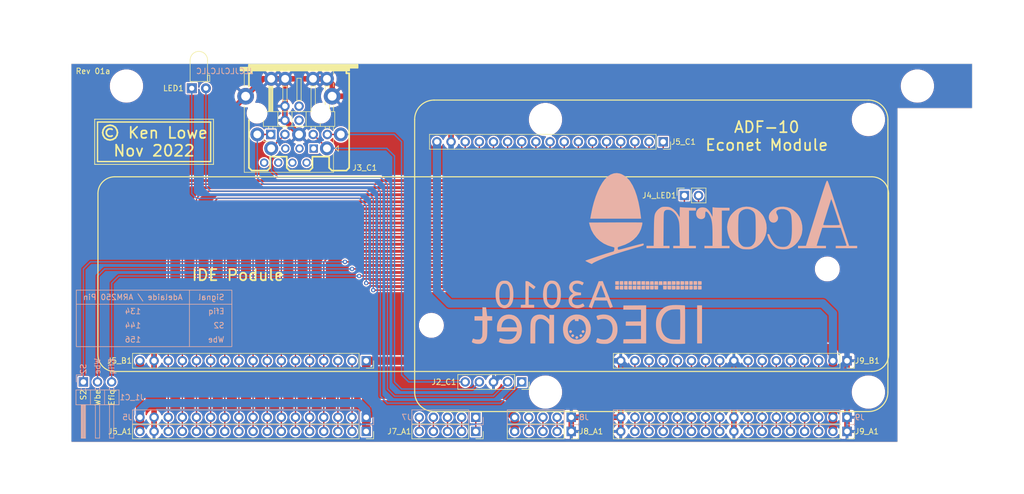
<source format=kicad_pcb>
(kicad_pcb (version 20221018) (generator pcbnew)
  (title_block (title "A3010 Podule Carrier") (date "2022-03-09") (rev "01") (company "Ken Lowe"))
  (layers (0 "F.Cu" signal) (31 "B.Cu" signal) (34 "B.Paste" user) (35 "F.Paste" user) (36 "B.SilkS" user "B.Silkscreen") (37 "F.SilkS" user "F.Silkscreen") (38 "B.Mask" user) (39 "F.Mask" user) (44 "Edge.Cuts" user))
  (net 0 "")
  (net 1 "/Efiq")
  (net 2 "/Wbe")
  (net 3 "/S2")
  (net 4 "/Data+")
  (net 5 "/Data-")
  (net 6 "/Gnd")
  (net 7 "/Clk+")
  (net 8 "/Clk-")
  (net 9 "/+5V")
  (net 10 "/Pwe")
  (net 11 "/Ps1")
  (net 12 "/Clk2")
  (net 13 "/La2")
  (net 14 "/La3")
  (net 15 "/Bd0")
  (net 16 "/Bd1")
  (net 17 "/Bd2")
  (net 18 "/Bd3")
  (net 19 "/Bd4")
  (net 20 "/Bd5")
  (net 21 "/Bd6")
  (net 22 "/Bd7")
  (net 23 "/Rst")
  (net 24 "/C0")
  (net 25 "/C1")
  (net 26 "/Bl")
  (net 27 "/Iorg")
  (net 28 "/Iogt")
  (net 29 "/Ref8M")
  (net 30 "/Pfiq")
  (net 31 "/Ms1")
  (net 32 "/Pre")
  (net 33 "/Prnw")
  (net 34 "/La4")
  (net 35 "/La5")
  (net 36 "/La6")
  (net 37 "/La7")
  (net 38 "/La8")
  (net 39 "/La9")
  (net 40 "/La10")
  (net 41 "/La11")
  (net 42 "/La12")
  (net 43 "/La13")
  (net 44 "/Pirq")
  (net 54 "Net-(J4_LED1-Pin_1)")
  (net 55 "Net-(J4_LED1-Pin_2)")
  (footprint "Connector_PinSocket_2.54mm:PinSocket_1x17_P2.54mm_Vertical" (layer "F.Cu") (at 212.966 106.545 -90)
    (fp_text reference "J9_B1")
    (fp_text value "Conn_01x17")
  )
  (footprint "Connector_PinSocket_2.54mm:PinSocket_1x05_P2.54mm_Vertical" (layer "F.Cu") (at 154.546 110.355 -90)
    (fp_text reference "J2_C1")
    (fp_text value "Conn_01x05")
  )
  (footprint "MountingHole:MountingHole_2.7mm" (layer "F.Cu") (at 216.806 63.175 180)
    (fp_text reference "H3" hide)
    (fp_text value "MountingHole")
  )
  (footprint "Connector_PinSocket_2.54mm:PinSocket_1x05_P2.54mm_Vertical" (layer "F.Cu") (at 146.291 119.245 -90)
    (fp_text reference "J7_A1")
    (fp_text value "Conn_01x05")
  )
  (footprint "MountingHole:MountingHole_2.7mm" (layer "F.Cu") (at 83.546 57.15 180)
    (fp_text reference "H7" hide)
    (fp_text value "MountingHole")
  )
  (footprint "Connector_PinSocket_2.54mm:PinSocket_1x05_P2.54mm_Vertical" (layer "F.Cu") (at 163.436 119.245 -90)
    (fp_text reference "J8_A1")
    (fp_text value "Conn_01x05")
  )
  (footprint "MountingHole:MountingHole_2.7mm" (layer "F.Cu") (at 225.606 57.15 180)
    (fp_text reference "H8" hide)
    (fp_text value "MountingHole")
  )
  (footprint "MountingHole:MountingHole_4mm" (layer "F.Cu") (at 138.316 100.175 180)
    (fp_text reference "H6" hide)
    (fp_text value "MountingHole")
  )
  (footprint "A3010_Podule_Carrier:CombinedDIN5RJ45PinHeader90Deg" (layer "F.Cu") (at 114.546 62.85 180)
    (fp_text reference "J3_C1")
    (fp_text value "DIN5_RJ45" hide)
  )
  (footprint "MountingHole:MountingHole_2.7mm" (layer "F.Cu") (at 216.806 112.175 180)
    (fp_text reference "H1" hide)
    (fp_text value "MountingHole")
  )
  (footprint "Connector_PinSocket_2.54mm:PinSocket_1x02_P2.54mm_Vertical" (layer "F.Cu") (at 183.756 76.827 90)
    (fp_text reference "J4_LED1")
    (fp_text value "Conn_01x02")
  )
  (footprint "MountingHole:MountingHole_2.7mm" (layer "F.Cu") (at 158.806 112.175 180)
    (fp_text reference "H2" hide)
    (fp_text value "MountingHole")
  )
  (footprint "Connector_PinSocket_2.54mm:PinSocket_1x17_P2.54mm_Vertical" (layer "F.Cu") (at 179.946 67.175 -90)
    (fp_text reference "J5_C1")
    (fp_text value "Conn_01x17")
  )
  (footprint "MountingHole:MountingHole_2.7mm" (layer "F.Cu") (at 158.806 63.175 180)
    (fp_text reference "H4" hide)
    (fp_text value "MountingHole")
  )
  (footprint "LED_THT:LED_D3.0mm_Horizontal_O1.27mm_Z6.0mm" (layer "F.Cu") (at 95.276 57.55 180)
    (fp_text reference "LED1")
    (fp_text value "L-93A8CB/1GD")
  )
  (footprint "Connector_PinSocket_2.54mm:PinSocket_1x17_P2.54mm_Vertical" (layer "F.Cu") (at 212.966 119.245 -90)
    (fp_text reference "J9_A1")
    (fp_text value "Conn_01x17")
  )
  (footprint "Connector_PinSocket_2.54mm:PinSocket_1x17_P2.54mm_Vertical" (layer "F.Cu") (at 126.606 106.545 -90)
    (fp_text reference "J5_B1")
    (fp_text value "Conn_01x17")
  )
  (footprint "Connector_PinSocket_2.54mm:PinSocket_1x17_P2.54mm_Vertical" (layer "F.Cu") (at 126.606 119.245 -90)
    (fp_text reference "J5_A1")
    (fp_text value "Conn_01x17")
  )
  (footprint "MountingHole:MountingHole_4mm" (layer "F.Cu") (at 209.426 90.035 180)
    (fp_text reference "H5" hide)
    (fp_text value "MountingHole")
  )
  (footprint "Connector_PinHeader_2.54mm:PinHeader_1x17_P2.54mm_Vertical" (layer "B.Cu") (at 126.606 116.705 90)
    (fp_text reference "J5")
    (fp_text value "Conn_01x17")
  )
  (footprint "A3010_Podule_Carrier:Acorn Logo" (layer "B.Cu") (at 190.046 81.145 180)
    (fp_text reference "G1" hide)
    (fp_text value "Acorn_LOGO" hide)
  )
  (footprint "Connector_PinHeader_2.54mm:PinHeader_1x03_P2.54mm_Horizontal" (layer "B.Cu") (at 75.806 110.355 -90)
    (fp_text reference "J1_C1")
    (fp_text value "Conn_01x03")
  )
  (footprint "Connector_PinHeader_2.54mm:PinHeader_1x17_P2.54mm_Vertical" (layer "B.Cu") (at 212.966 116.705 90)
    (fp_text reference "J9")
    (fp_text value "Conn_01x17")
  )
  (footprint "Connector_PinHeader_2.54mm:PinHeader_1x05_P2.54mm_Vertical" (layer "B.Cu") (at 146.291 116.705 90)
    (fp_text reference "J7")
    (fp_text value "Conn_01x05")
  )
  (footprint "A3010_Podule_Carrier:IDEconet" (layer "B.Cu") (at 165.976 97.655 180)
    (fp_text reference "G2" hide)
    (fp_text value "IDEconet_LOGO" hide)
  )
  (footprint "Connector_PinHeader_2.54mm:PinHeader_1x05_P2.54mm_Vertical" (layer "B.Cu") (at 163.436 116.705 90)
    (fp_text reference "J8")
    (fp_text value "Conn_01x05")
  )
  (gr_rect (start 74.536 93.845) (end 102.476 104.005) (stroke (width 0.12)) (fill none) (layer "B.SilkS"))
  (gr_line (start 94.856 104.005) (end 94.856 93.845) (stroke (width 0.12)) (layer "B.SilkS"))
  (gr_line (start 74.536 96.385) (end 102.476 96.385) (stroke (width 0.12)) (layer "B.SilkS"))
  (gr_line (start 99.174 63.111) (end 77.838 63.111) (stroke (width 0.15)) (layer "F.SilkS"))
  (gr_arc (start 216.806 59.675) (mid 219.280874 60.700126) (end 220.306 63.175) (stroke (width 0.2)) (layer "F.SilkS"))
  (gr_line (start 78.426 105.47) (end 78.426 76.47) (stroke (width 0.2)) (layer "F.SilkS"))
  (gr_line (start 216.806 59.675) (end 138.806 59.675) (stroke (width 0.2)) (layer "F.SilkS"))
  (gr_arc (start 220.426 105.47) (mid 219.54732 107.59132) (end 217.426 108.47) (stroke (width 0.2)) (layer "F.SilkS"))
  (gr_line (start 98.666 70.731) (end 98.666 63.619) (stroke (width 0.25)) (layer "F.SilkS"))
  (gr_line (start 98.666 63.619) (end 78.346 63.619) (stroke (width 0.25)) (layer "F.SilkS"))
  (gr_line (start 135.306 112.175) (end 135.306 63.175) (stroke (width 0.2)) (layer "F.SilkS"))
  (gr_arc (start 138.806 115.675) (mid 136.331126 114.649874) (end 135.306 112.175) (stroke (width 0.2)) (layer "F.SilkS"))
  (gr_line (start 81.426 108.47) (end 217.426 108.47) (stroke (width 0.2)) (layer "F.SilkS"))
  (gr_line (start 216.806 115.675) (end 138.806 115.675) (stroke (width 0.2)) (layer "F.SilkS"))
  (gr_line (start 220.426 105.47) (end 220.426 76.47) (stroke (width 0.2)) (layer "F.SilkS"))
  (gr_line (start 81.426 73.47) (end 217.426 73.47) (stroke (width 0.2)) (layer "F.SilkS"))
  (gr_arc (start 81.426 108.47) (mid 79.30468 107.59132) (end 78.426 105.47) (stroke (width 0.2)) (layer "F.SilkS"))
  (gr_line (start 77.838 71.239) (end 99.174 71.239) (stroke (width 0.15)) (layer "F.SilkS"))
  (gr_line (start 99.174 71.239) (end 99.174 63.111) (stroke (width 0.15)) (layer "F.SilkS"))
  (gr_line (start 220.306 63.175) (end 220.306 112.175) (stroke (width 0.2)) (layer "F.SilkS"))
  (gr_arc (start 217.426 73.47) (mid 219.54732 74.34868) (end 220.426 76.47) (stroke (width 0.2)) (layer "F.SilkS"))
  (gr_line (start 78.346 70.731) (end 98.666 70.731) (stroke (width 0.25)) (layer "F.SilkS"))
  (gr_arc (start 220.306 112.175) (mid 219.280874 114.649874) (end 216.806 115.675) (stroke (width 0.2)) (layer "F.SilkS"))
  (gr_line (start 78.346 63.619) (end 78.346 70.731) (stroke (width 0.25)) (layer "F.SilkS"))
  (gr_arc (start 78.426 76.47) (mid 79.30468 74.34868) (end 81.426 73.47) (stroke (width 0.2)) (layer "F.SilkS"))
  (gr_line (start 77.838 63.111) (end 77.838 71.239) (stroke (width 0.15)) (layer "F.SilkS"))
  (gr_arc (start 135.306 63.175) (mid 136.331126 60.700126) (end 138.806 59.675) (stroke (width 0.2)) (layer "F.SilkS"))
  (gr_line (start 73.646 121.15) (end 73.646 53.15) (stroke (width 0.05)) (layer "Edge.Cuts"))
  (gr_line (start 222.046 61.15) (end 222.046 121.15) (stroke (width 0.05)) (layer "Edge.Cuts"))
  (gr_line (start 235.446 61.15) (end 235.446 53.15) (stroke (width 0.05)) (layer "Edge.Cuts"))
  (gr_line (start 73.646 121.15) (end 154.546 121.15) (stroke (width 0.05)) (layer "Edge.Cuts"))
  (gr_line (start 154.546 121.15) (end 222.046 121.15) (stroke (width 0.05)) (layer "Edge.Cuts"))
  (gr_line (start 73.646 53.15) (end 235.446 53.15) (stroke (width 0.05)) (layer "Edge.Cuts"))
  (gr_line (start 235.446 61.15) (end 222.046 61.15) (stroke (width 0.05)) (layer "Edge.Cuts"))
  (gr_text "JLCJLCJLCJLC" (at 101.206 54.475) (layer "B.SilkS") (effects (font (size 1 1)) (justify mirror)))
  (gr_text "156" (at 84.696 102.735) (layer "B.SilkS") (effects (font (size 1 1)) (justify mirror)))
  (gr_text "Adelaide / ARM250 Pin" (at 84.696 95.115) (layer "B.SilkS") (effects (font (size 1 1)) (justify mirror)))
  (gr_text "Efiq" (at 80.886 109.085 90) (layer "B.SilkS") (effects (font (size 1 1)) (justify right mirror)))
  (gr_text "S2" (at 75.806 109.085 90) (layer "B.SilkS") (effects (font (size 1 1)) (justify right mirror)))
  (gr_text "Efiq" (at 101.206 97.655) (layer "B.SilkS") (effects (font (size 1 1)) (justify left mirror)))
  (gr_text "Wbe" (at 78.346 109.085 90) (layer "B.SilkS") (effects (font (size 1 1)) (justify right mirror)))
  (gr_text "134" (at 84.696 97.655) (layer "B.SilkS") (effects (font (size 1 1)) (justify mirror)))
  (gr_text "S2" (at 101.206 100.195) (layer "B.SilkS") (effects (font (size 1 1)) (justify left mirror)))
  (gr_text "144" (at 84.696 100.195) (layer "B.SilkS") (effects (font (size 1 1)) (justify mirror)))
  (gr_text "Signal" (at 101.206 95.115) (layer "B.SilkS") (effects (font (size 1 1)) (justify left mirror)))
  (gr_text "Wbe" (at 101.206 102.735) (layer "B.SilkS") (effects (font (size 1 1)) (justify left mirror)))
  (gr_text "ADF-10\nEconet Module" (at 198.546 66.15) (layer "F.SilkS") (effects (font (size 2 2) (thickness 0.3))))
  (gr_text "Rev 01a" (at 77.546 54.475) (layer "F.SilkS") (effects (font (size 1 1))))
  (gr_text "© Ken Lowe\nNov 2022" (at 88.506 67.175) (layer "F.SilkS") (effects (font (size 2 2) (thickness 0.3))))
  (gr_text "Wbe" (at 78.346 111.625 90) (layer "F.SilkS") (effects (font (size 1 1)) (justify right)))
  (gr_text "S2" (at 75.806 111.625 90) (layer "F.SilkS") (effects (font (size 1 1)) (justify right)))
  (gr_text "IDE Podule" (at 103.546 91.15) (layer "F.SilkS") (effects (font (size 2 2) (thickness 0.3))))
  (gr_text "Efiq" (at 80.886 111.625 90) (layer "F.SilkS") (effects (font (size 1 1)) (justify right)))
  (segment (start 178.676 91.305) (end 125.336 91.305) (width 0.25) (layer "F.Cu") (net 1))
  (segment (start 179.946 67.175) (end 179.946 90.035) (width 0.25) (layer "F.Cu") (net 1))
  (segment (start 179.946 90.035) (end 178.676 91.305) (width 0.25) (layer "F.Cu") (net 1))
  (via (at 125.336 91.305) (size 0.8) (drill 0.4) (layers "F.Cu" "B.Cu") (net 1))
  (segment (start 80.886 92.575) (end 80.886 110.355) (width 0.25) (layer "B.Cu") (net 1))
  (segment (start 82.156 91.305) (end 80.886 92.575) (width 0.25) (layer "B.Cu") (net 1))
  (segment (start 125.336 91.305) (end 82.156 91.305) (width 0.25) (layer "B.Cu") (net 1))
  (segment (start 177.406 67.175) (end 177.406 88.765) (width 0.25) (layer "F.Cu") (net 2))
  (segment (start 177.406 88.765) (end 176.136 90.035) (width 0.25) (layer "F.Cu") (net 2))
  (segment (start 176.136 90.035) (end 124.066 90.035) (width 0.25) (layer "F.Cu") (net 2))
  (via (at 124.066 90.035) (size 0.8) (drill 0.4) (layers "F.Cu" "B.Cu") (net 2))
  (segment (start 79.616 90.035) (end 78.346 91.305) (width 0.25) (layer "B.Cu") (net 2))
  (segment (start 124.066 90.035) (end 79.616 90.035) (width 0.25) (layer "B.Cu") (net 2))
  (segment (start 78.346 91.305) (end 78.346 110.355) (width 0.25) (layer "B.Cu") (net 2))
  (segment (start 174.866 67.175) (end 174.866 87.495) (width 0.25) (layer "F.Cu") (net 3))
  (segment (start 173.596 88.765) (end 122.796 88.765) (width 0.25) (layer "F.Cu") (net 3))
  (segment (start 174.866 87.495) (end 173.596 88.765) (width 0.25) (layer "F.Cu") (net 3))
  (via (at 122.796 88.765) (size 0.8) (drill 0.4) (layers "F.Cu" "B.Cu") (net 3))
  (segment (start 122.796 88.765) (end 77.076 88.765) (width 0.25) (layer "B.Cu") (net 3))
  (segment (start 75.806 90.035) (end 75.806 110.355) (width 0.25) (layer "B.Cu") (net 3))
  (segment (start 77.076 88.765) (end 75.806 90.035) (width 0.25) (layer "B.Cu") (net 3))
  (segment (start 107.046 65.85) (end 109.466 65.85) (width 0.25) (layer "F.Cu") (net 4))
  (segment (start 107.046 65.85) (end 107.046 73.65) (width 0.25) (layer "B.Cu") (net 4))
  (segment (start 130.416 114.165) (end 150.736 114.165) (width 0.25) (layer "B.Cu") (net 4))
  (segment (start 129.146 76.065) (end 129.146 112.895) (width 0.25) (layer "B.Cu") (net 4))
  (segment (start 108.191 74.795) (end 127.876 74.795) (width 0.25) (layer "B.Cu") (net 4))
  (segment (start 150.736 114.165) (end 154.546 110.355) (width 0.25) (layer "B.Cu") (net 4))
  (segment (start 129.146 112.895) (end 130.416 114.165) (width 0.25) (layer "B.Cu") (net 4))
  (segment (start 127.876 74.795) (end 129.146 76.065) (width 0.25) (layer "B.Cu") (net 4))
  (segment (start 107.046 73.65) (end 108.191 74.795) (width 0.25) (layer "B.Cu") (net 4))
  (segment (start 112.006 65.85) (end 109.546 68.31) (width 0.25) (layer "F.Cu") (net 5))
  (segment (start 109.546 72.34) (end 110.731 73.525) (width 0.25) (layer "B.Cu") (net 5))
  (segment (start 131.686 112.895) (end 149.466 112.895) (width 0.25) (layer "B.Cu") (net 5))
  (segment (start 109.546 68.35) (end 109.546 72.34) (width 0.25) (layer "B.Cu") (net 5))
  (segment (start 149.466 112.895) (end 152.006 110.355) (width 0.25) (layer "B.Cu") (net 5))
  (segment (start 130.416 111.625) (end 131.686 112.895) (width 0.25) (layer "B.Cu") (net 5))
  (segment (start 129.146 73.525) (end 130.416 74.795) (width 0.25) (layer "B.Cu") (net 5))
  (segment (start 130.416 74.795) (end 130.416 111.625) (width 0.25) (layer "B.Cu") (net 5))
  (segment (start 110.731 73.525) (end 129.146 73.525) (width 0.25) (layer "B.Cu") (net 5))
  (segment (start 104.9488 58.9872) (end 101.841 62.095) (width 1) (layer "F.Cu") (net 6))
  (segment (start 109.546 55.85) (end 108.086 55.85) (width 1) (layer "F.Cu") (net 6))
  (segment (start 112.046 55.85) (end 109.546 55.85) (width 1) (layer "F.Cu") (net 6))
  (segment (start 112.006 63.31) (end 114.546 65.85) (width 1) (layer "F.Cu") (net 6))
  (segment (start 120.4888 58.9872) (end 120.4888 56.7928) (width 1) (layer "F.Cu") (net 6))
  (segment (start 140.0082 58.9872) (end 141.846 60.825) (width 1) (layer "F.Cu") (net 6))
  (segment (start 120.4888 58.9872) (end 140.0082 58.9872) (width 1) (layer "F.Cu") (net 6))
  (segment (start 172.326 116.705) (end 172.326 119.245) (width 1) (layer "F.Cu") (net 6))
  (segment (start 101.841 62.095) (end 91.046 62.095) (width 1) (layer "F.Cu") (net 6))
  (segment (start 108.086 55.85) (end 104.9488 58.9872) (width 1) (layer "F.Cu") (net 6))
  (segment (start 88.506 106.545) (end 88.506 116.705) (width 1) (layer "F.Cu") (net 6))
  (segment (start 112.046 55.85) (end 112.046 60.73) (width 1) (layer "F.Cu") (net 6))
  (segment (start 117.046 55.85) (end 112.046 55.85) (width 1) (layer "F.Cu") (net 6))
  (segment (start 163.436 116.705) (end 163.436 119.245) (width 1) (layer "F.Cu") (net 6))
  (segment (start 88.506 116.705) (end 88.506 119.245) (width 1) (layer "F.Cu") (net 6))
  (segment (start 112.006 60.77) (end 112.006 63.31) (width 1) (layer "F.Cu") (net 6))
  (segment (start 120.4888 56.7928) (end 119.546 55.85) (width 1) (layer "F.Cu") (net 6))
  (segment (start 88.506 64.635) (end 88.506 106.545) (width 1) (layer "F.Cu") (net 6))
  (segment (start 141.846 60.825) (end 141.846 67.175) (width 1) (layer "F.Cu") (net 6))
  (segment (start 91.046 62.095) (end 88.506 64.635) (width 1) (layer "F.Cu") (net 6))
  (segment (start 192.646 116.705) (end 192.646 119.245) (width 1) (layer "F.Cu") (net 6))
  (segment (start 172.326 106.545) (end 172.326 116.705) (width 1) (layer "F.Cu") (net 6))
  (segment (start 212.966 106.545) (end 212.966 116.705) (width 1) (layer "F.Cu") (net 6))
  (segment (start 212.966 116.705) (end 212.966 119.245) (width 1) (layer "F.Cu") (net 6))
  (segment (start 192.646 106.545) (end 192.646 116.705) (width 1) (layer "F.Cu") (net 6))
  (segment (start 172.326 116.705) (end 163.436 116.705) (width 1) (layer "F.Cu") (net 6))
  (segment (start 119.546 55.85) (end 117.046 55.85) (width 1) (layer "F.Cu") (net 6))
  (segment (start 194.968103 108.867103) (end 210.643897 108.867103) (width 1) (layer "B.Cu") (net 6))
  (segment (start 174.648103 108.867103) (end 190.323897 108.867103) (width 1) (layer "B.Cu") (net 6))
  (segment (start 210.643897 108.867103) (end 212.966 106.545) (width 1) (layer "B.Cu") (net 6))
  (segment (start 212.966 106.545) (end 212.966 97.77) (width 1) (layer "B.Cu") (net 6))
  (segment (start 190.323897 108.867103) (end 192.646 106.545) (width 1) (layer "B.Cu") (net 6))
  (segment (start 192.646 106.545) (end 194.968103 108.867103) (width 1) (layer "B.Cu") (net 6))
  (segment (start 149.466 110.355) (end 153.276 106.545) (width 1) (layer "B.Cu") (net 6))
  (segment (start 153.276 106.545) (end 172.326 106.545) (width 1) (layer "B.Cu") (net 6))
  (segment (start 143.651 94.38) (end 141.846 92.575) (width 1) (layer "B.Cu") (net 6))
  (segment (start 172.326 106.545) (end 174.648103 108.867103) (width 1) (layer "B.Cu") (net 6))
  (segment (start 209.576 94.38) (end 143.651 94.38) (width 1) (layer "B.Cu") (net 6))
  (segment (start 141.846 92.575) (end 141.846 67.175) (width 1) (layer "B.Cu") (net 6))
  (segment (start 212.966 97.77) (end 209.576 94.38) (width 1) (layer "B.Cu") (net 6))
  (segment (start 117.086 65.85) (end 119.546 68.31) (width 0.25) (layer "F.Cu") (net 7))
  (segment (start 131.686 69.715) (end 130.321 68.35) (width 0.25) (layer "B.Cu") (net 7))
  (segment (start 130.321 68.35) (end 119.546 68.35) (width 0.25) (layer "B.Cu") (net 7))
  (segment (start 146.926 110.355) (end 145.656 111.625) (width 0.25) (layer "B.Cu") (net 7))
  (segment (start 131.686 110.355) (end 131.686 69.715) (width 0.25) (layer "B.Cu") (net 7))
  (segment (start 132.956 111.625) (end 131.686 110.355) (width 0.25) (layer "B.Cu") (net 7))
  (segment (start 145.656 111.625) (end 132.956 111.625) (width 0.25) (layer "B.Cu") (net 7))
  (segment (start 122.046 65.85) (end 119.626 65.85) (width 0.25) (layer "F.Cu") (net 8))
  (segment (start 131.631 65.85) (end 122.046 65.85) (width 0.25) (layer "B.Cu") (net 8))
  (segment (start 132.956 109.085) (end 132.956 67.175) (width 0.25) (layer "B.Cu") (net 8))
  (segment (start 134.226 110.355) (end 132.956 109.085) (width 0.25) (layer "B.Cu") (net 8))
  (segment (start 132.956 67.175) (end 131.631 65.85) (width 0.25) (layer "B.Cu") (net 8))
  (segment (start 144.386 110.355) (end 134.226 110.355) (width 0.25) (layer "B.Cu") (net 8))
  (segment (start 167.306 106.545) (end 169.606 104.245) (width 1.5) (layer "F.Cu") (net 9))
  (segment (start 85.966 116.705) (end 85.966 119.245) (width 1.5) (layer "F.Cu") (net 9))
  (segment (start 210.426 105.275) (end 210.426 106.545) (width 1.5) (layer "F.Cu") (net 9))
  (segment (start 126.606 106.545) (end 126.606 116.705) (width 1.5) (layer "F.Cu") (net 9))
  (segment (start 126.606 116.705) (end 128.928103 114.382897) (width 1.5) (layer "F.Cu") (net 9))
  (segment (start 169.606 104.245) (end 209.396 104.245) (width 1.5) (layer "F.Cu") (net 9))
  (segment (start 209.396 104.245) (end 210.426 105.275) (width 1.5) (layer "F.Cu") (net 9))
  (segment (start 85.966 106.545) (end 85.966 116.705) (width 1.5) (layer "F.Cu") (net 9))
  (segment (start 210.426 106.545) (end 210.426 116.705) (width 1.5) (layer "F.Cu") (net 9))
  (segment (start 128.928103 114.382897) (end 150.953897 114.382897) (width 1.5) (layer "F.Cu") (net 9))
  (segment (start 150.953897 114.382897) (end 153.276 116.705) (width 1.5) (layer "F.Cu") (net 9))
  (segment (start 210.426 116.705) (end 210.426 119.245) (width 1.5) (layer "F.Cu") (net 9))
  (segment (start 126.606 116.705) (end 126.606 119.245) (width 1.5) (layer "F.Cu") (net 9))
  (segment (start 153.276 116.705) (end 153.276 119.245) (width 1.5) (layer "F.Cu") (net 9))
  (segment (start 126.606 106.545) (end 167.306 106.545) (width 1.5) (layer "F.Cu") (net 9))
  (segment (start 139.306 93.945) (end 139.306 67.175) (width 1.5) (layer "B.Cu") (net 9))
  (segment (start 210.426 98.065) (end 208.606 96.245) (width 1.5) (layer "B.Cu") (net 9))
  (segment (start 210.426 106.545) (end 210.426 98.065) (width 1.5) (layer "B.Cu") (net 9))
  (segment (start 85.966 116.705) (end 85.966 115.502919) (width 1.5) (layer "B.Cu") (net 9))
  (segment (start 125.336 114.165) (end 126.606 115.435) (width 1.5) (layer "B.Cu") (net 9))
  (segment (start 87.303919 114.165) (end 125.336 114.165) (width 1.5) (layer "B.Cu") (net 9))
  (segment (start 126.606 115.435) (end 126.606 116.705) (width 1.5) (layer "B.Cu") (net 9))
  (segment (start 85.966 115.502919) (end 87.303919 114.165) (width 1.5) (layer "B.Cu") (net 9))
  (segment (start 141.606 96.245) (end 139.306 93.945) (width 1.5) (layer "B.Cu") (net 9))
  (segment (start 208.606 96.245) (end 141.606 96.245) (width 1.5) (layer "B.Cu") (net 9))
  (segment (start 124.066 116.705) (end 124.066 119.245) (width 0.25) (layer "F.Cu") (net 10))
  (segment (start 124.066 116.705) (end 124.066 106.545) (width 0.25) (layer "F.Cu") (net 10))
  (segment (start 121.526 116.705) (end 121.526 119.245) (width 0.25) (layer "F.Cu") (net 11))
  (segment (start 121.526 116.705) (end 121.526 106.545) (width 0.25) (layer "F.Cu") (net 11))
  (segment (start 172.326 86.225) (end 172.326 67.175) (width 0.25) (layer "F.Cu") (net 12))
  (segment (start 118.986 116.705) (end 118.986 88.765) (width 0.25) (layer "F.Cu") (net 12))
  (segment (start 118.986 116.705) (end 118.986 119.245) (width 0.25) (layer "F.Cu") (net 12))
  (segment (start 118.986 88.765) (end 120.256 87.495) (width 0.25) (layer "F.Cu") (net 12))
  (segment (start 171.056 87.495) (end 172.326 86.225) (width 0.25) (layer "F.Cu") (net 12))
  (segment (start 120.256 87.495) (end 171.056 87.495) (width 0.25) (layer "F.Cu") (net 12))
  (segment (start 169.786 84.955) (end 169.786 67.175) (width 0.25) (layer "F.Cu") (net 13))
  (segment (start 116.446 87.495) (end 117.716 86.225) (width 0.25) (layer "F.Cu") (net 13))
  (segment (start 168.516 86.225) (end 169.786 84.955) (width 0.25) (layer "F.Cu") (net 13))
  (segment (start 117.716 86.225) (end 168.516 86.225) (width 0.25) (layer "F.Cu") (net 13))
  (segment (start 116.446 116.705) (end 116.446 119.245) (width 0.25) (layer "F.Cu") (net 13))
  (segment (start 116.446 116.705) (end 116.446 87.495) (width 0.25) (layer "F.Cu") (net 13))
  (segment (start 113.906 116.705) (end 113.906 86.225) (width 0.25) (layer "F.Cu") (net 14))
  (segment (start 165.976 84.955) (end 167.246 83.685) (width 0.25) (layer "F.Cu") (net 14))
  (segment (start 167.246 83.685) (end 167.246 67.175) (width 0.25) (layer "F.Cu") (net 14))
  (segment (start 113.906 116.705) (end 113.906 119.245) (width 0.25) (layer "F.Cu") (net 14))
  (segment (start 115.176 84.955) (end 165.976 84.955) (width 0.25) (layer "F.Cu") (net 14))
  (segment (start 113.906 86.225) (end 115.176 84.955) (width 0.25) (layer "F.Cu") (net 14))
  (segment (start 111.366 116.705) (end 111.366 84.955) (width 0.25) (layer "F.Cu") (net 15))
  (segment (start 164.706 82.415) (end 164.706 67.175) (width 0.25) (layer "F.Cu") (net 15))
  (segment (start 111.366 116.705) (end 111.366 119.245) (width 0.25) (layer "F.Cu") (net 15))
  (segment (start 112.636 83.685) (end 163.436 83.685) (width 0.25) (layer "F.Cu") (net 15))
  (segment (start 111.366 84.955) (end 112.636 83.685) (width 0.25) (layer "F.Cu") (net 15))
  (segment (start 163.436 83.685) (end 164.706 82.415) (width 0.25) (layer "F.Cu") (net 15))
  (segment (start 108.826 116.705) (end 108.826 119.245) (width 0.25) (layer "F.Cu") (net 16))
  (segment (start 108.826 83.685) (end 110.096 82.415) (width 0.25) (layer "F.Cu") (net 16))
  (segment (start 110.096 82.415) (end 160.896 82.415) (width 0.25) (layer "F.Cu") (net 16))
  (segment (start 162.166 81.145) (end 162.166 67.175) (width 0.25) (layer "F.Cu") (net 16))
  (segment (start 108.826 116.705) (end 108.826 83.685) (width 0.25) (layer "F.Cu") (net 16))
  (segment (start 160.896 82.415) (end 162.166 81.145) (width 0.25) (layer "F.Cu") (net 16))
  (segment (start 106.286 116.705) (end 106.286 119.245) (width 0.25) (layer "F.Cu") (net 17))
  (segment (start 106.286 82.415) (end 107.556 81.145) (width 0.25) (layer "F.Cu") (net 17))
  (segment (start 159.626 79.875) (end 159.626 67.175) (width 0.25) (layer "F.Cu") (net 17))
  (segment (start 106.286 116.705) (end 106.286 82.415) (width 0.25) (layer "F.Cu") (net 17))
  (segment (start 107.556 81.145) (end 158.356 81.145) (width 0.25) (layer "F.Cu") (net 17))
  (segment (start 158.356 81.145) (end 159.626 79.875) (width 0.25) (layer "F.Cu") (net 17))
  (segment (start 155.816 79.875) (end 157.086 78.605) (width 0.25) (layer "F.Cu") (net 18))
  (segment (start 103.746 81.145) (end 105.016 79.875) (width 0.25) (layer "F.Cu") (net 18))
  (segment (start 157.086 78.605) (end 157.086 67.175) (width 0.25) (layer "F.Cu") (net 18))
  (segment (start 105.016 79.875) (end 155.816 79.875) (width 0.25) (layer "F.Cu") (net 18))
  (segment (start 103.746 116.705) (end 103.746 81.145) (width 0.25) (layer "F.Cu") (net 18))
  (segment (start 103.746 116.705) (end 103.746 119.245) (width 0.25) (layer "F.Cu") (net 18))
  (segment (start 101.206 79.875) (end 102.476 78.605) (width 0.25) (layer "F.Cu") (net 19))
  (segment (start 154.546 77.335) (end 154.546 67.175) (width 0.25) (layer "F.Cu") (net 19))
  (segment (start 101.206 116.705) (end 101.206 79.875) (width 0.25) (layer "F.Cu") (net 19))
  (segment (start 102.476 78.605) (end 153.276 78.605) (width 0.25) (layer "F.Cu") (net 19))
  (segment (start 153.276 78.605) (end 154.546 77.335) (width 0.25) (layer "F.Cu") (net 19))
  (segment (start 101.206 116.705) (end 101.206 119.245) (width 0.25) (layer "F.Cu") (net 19))
  (segment (start 99.936 77.335) (end 150.736 77.335) (width 0.25) (layer "F.Cu") (net 20))
  (segment (start 150.736 77.335) (end 152.006 76.065) (width 0.25) (layer "F.Cu") (net 20))
  (segment (start 98.666 78.605) (end 99.936 77.335) (width 0.25) (layer "F.Cu") (net 20))
  (segment (start 98.666 116.705) (end 98.666 119.245) (width 0.25) (layer "F.Cu") (net 20))
  (segment (start 152.006 76.065) (end 152.006 67.175) (width 0.25) (layer "F.Cu") (net 20))
  (segment (start 98.666 116.705) (end 98.666 78.605) (width 0.25) (layer "F.Cu") (net 20))
  (segment (start 148.196 76.065) (end 149.466 74.795) (width 0.25) (layer "F.Cu") (net 21))
  (segment (start 96.126 116.705) (end 96.126 77.335) (width 0.25) (layer "F.Cu") (net 21))
  (segment (start 96.126 116.705) (end 96.126 119.245) (width 0.25) (layer "F.Cu") (net 21))
  (segment (start 96.126 77.335) (end 97.396 76.065) (width 0.25) (layer "F.Cu") (net 21))
  (segment (start 149.466 74.795) (end 149.466 67.175) (width 0.25) (layer "F.Cu") (net 21))
  (segment (start 97.396 76.065) (end 148.196 76.065) (width 0.25) (layer "F.Cu") (net 21))
  (segment (start 146.926 73.525) (end 146.926 67.175) (width 0.25) (layer "F.Cu") (net 22))
  (segment (start 93.586 116.705) (end 93.586 119.245) (width 0.25) (layer "F.Cu") (net 22))
  (segment (start 93.586 76.065) (end 94.856 74.795) (width 0.25) (layer "F.Cu") (net 22))
  (segment (start 145.656 74.795) (end 146.926 73.525) (width 0.25) (layer "F.Cu") (net 22))
  (segment (start 94.856 74.795) (end 145.656 74.795) (width 0.25) (layer "F.Cu") (net 22))
  (segment (start 93.586 116.705) (end 93.586 76.065) (width 0.25) (layer "F.Cu") (net 22))
  (segment (start 91.046 74.795) (end 92.316 73.525) (width 0.25) (layer "F.Cu") (net 23))
  (segment (start 91.046 116.705) (end 91.046 119.245) (width 0.25) (layer "F.Cu") (net 23))
  (segment (start 91.046 116.705) (end 91.046 74.795) (width 0.25) (layer "F.Cu") (net 23))
  (segment (start 144.386 72.255) (end 144.386 67.175) (width 0.25) (layer "F.Cu") (net 23))
  (segment (start 143.116 73.525) (end 144.386 72.255) (width 0.25) (layer "F.Cu") (net 23))
  (segment (start 92.316 73.525) (end 143.116 73.525) (width 0.25) (layer "F.Cu") (net 23))
  (segment (start 146.291 116.705) (end 146.291 119.245) (width 0.25) (layer "F.Cu") (net 24))
  (segment (start 143.751 116.705) (end 143.751 119.245) (width 0.25) (layer "F.Cu") (net 25))
  (segment (start 141.211 116.705) (end 141.211 119.245) (width 0.25) (layer "F.Cu") (net 26))
  (segment (start 138.671 116.705) (end 138.671 119.245) (width 0.25) (layer "F.Cu") (net 27))
  (segment (start 136.131 116.705) (end 136.131 119.245) (width 0.25) (layer "F.Cu") (net 28))
  (segment (start 160.896 116.705) (end 160.896 119.245) (width 0.25) (layer "F.Cu") (net 29))
  (segment (start 158.356 116.705) (end 158.356 119.245) (width 0.25) (layer "F.Cu") (net 30))
  (segment (start 155.816 116.705) (end 155.816 119.245) (width 0.25) (layer "F.Cu") (net 31))
  (segment (start 207.886 119.245) (end 207.886 116.705) (width 0.25) (layer "F.Cu") (net 32))
  (segment (start 207.886 106.545) (end 207.886 116.705) (width 0.25) (layer "F.Cu") (net 32))
  (segment (start 205.346 106.545) (end 205.346 116.705) (width 0.25) (layer "F.Cu") (net 33))
  (segment (start 205.346 119.245) (end 205.346 116.705) (width 0.25) (layer "F.Cu") (net 33))
  (segment (start 202.806 119.245) (end 202.806 116.705) (width 0.25) (layer "F.Cu") (net 34))
  (segment (start 202.806 106.545) (end 202.806 116.705) (width 0.25) (layer "F.Cu") (net 34))
  (segment (start 200.266 106.545) (end 200.266 116.705) (width 0.25) (layer "F.Cu") (net 35))
  (segment (start 200.266 119.245) (end 200.266 116.705) (width 0.25) (layer "F.Cu") (net 35))
  (segment (start 197.726 106.545) (end 197.726 116.705) (width 0.25) (layer "F.Cu") (net 36))
  (segment (start 197.726 119.245) (end 197.726 116.705) (width 0.25) (layer "F.Cu") (net 36))
  (segment (start 195.186 106.545) (end 195.186 116.705) (width 0.25) (layer "F.Cu") (net 37))
  (segment (start 195.186 119.245) (end 195.186 116.705) (width 0.25) (layer "F.Cu") (net 37))
  (segment (start 190.106 106.545) (end 190.106 116.705) (width 0.25) (layer "F.Cu") (net 38))
  (segment (start 190.106 119.245) (end 190.106 116.705) (width 0.25) (layer "F.Cu") (net 38))
  (segment (start 187.566 106.545) (end 187.566 116.705) (width 0.25) (layer "F.Cu") (net 39))
  (segment (start 187.566 119.245) (end 187.566 116.705) (width 0.25) (layer "F.Cu") (net 39))
  (segment (start 185.026 106.545) (end 185.026 116.705) (width 0.25) (layer "F.Cu") (net 40))
  (segment (start 185.026 119.245) (end 185.026 116.705) (width 0.25) (layer "F.Cu") (net 40))
  (segment (start 182.486 106.545) (end 182.486 116.705) (width 0.25) (layer "F.Cu") (net 41))
  (segment (start 182.486 119.245) (end 182.486 116.705) (width 0.25) (layer "F.Cu") (net 41))
  (segment (start 179.946 106.545) (end 179.946 116.705) (width 0.25) (layer "F.Cu") (net 42))
  (segment (start 179.946 119.245) (end 179.946 116.705) (width 0.25) (layer "F.Cu") (net 42))
  (segment (start 177.406 119.245) (end 177.406 116.705) (width 0.25) (layer "F.Cu") (net 43))
  (segment (start 177.406 106.545) (end 177.406 116.705) (width 0.25) (layer "F.Cu") (net 43))
  (segment (start 174.866 119.245) (end 174.866 116.705) (width 0.25) (layer "F.Cu") (net 44))
  (segment (start 174.866 106.545) (end 174.866 116.705) (width 0.25) (layer "F.Cu") (net 44))
  (segment (start 183.756 91.305) (end 182.486 92.575) (width 0.25) (layer "F.Cu") (net 54))
  (segment (start 183.756 76.827) (end 183.756 91.305) (width 0.25) (layer "F.Cu") (net 54))
  (segment (start 182.486 92.575) (end 126.606 92.575) (width 0.25) (layer "F.Cu") (net 54))
  (via (at 126.606 92.575) (size 0.8) (drill 0.4) (layers "F.Cu" "B.Cu") (net 54))
  (segment (start 126.606 92.575) (end 126.606 78.605) (width 0.25) (layer "B.Cu") (net 54))
  (segment (start 125.336 77.335) (end 96.126 77.335) (width 0.25) (layer "B.Cu") (net 54))
  (segment (start 96.126 77.335) (end 95.276 76.485) (width 0.25) (layer "B.Cu") (net 54))
  (segment (start 126.606 78.605) (end 125.336 77.335) (width 0.25) (layer "B.Cu") (net 54))
  (segment (start 95.276 76.485) (end 95.276 57.55) (width 0.25) (layer "B.Cu") (net 54))
  (segment (start 185.026 93.845) (end 127.876 93.845) (width 0.25) (layer "F.Cu") (net 55))
  (segment (start 186.296 76.827) (end 186.296 92.575) (width 0.25) (layer "F.Cu") (net 55))
  (segment (start 186.296 92.575) (end 185.026 93.845) (width 0.25) (layer "F.Cu") (net 55))
  (via (at 127.876 93.845) (size 0.8) (drill 0.4) (layers "F.Cu" "B.Cu") (net 55))
  (segment (start 127.876 77.335) (end 126.606 76.065) (width 0.25) (layer "B.Cu") (net 55))
  (segment (start 97.816 75.215) (end 97.816 57.55) (width 0.25) (layer "B.Cu") (net 55))
  (segment (start 126.606 76.065) (end 98.666 76.065) (width 0.25) (layer "B.Cu") (net 55))
  (segment (start 98.666 76.065) (end 97.816 75.215) (width 0.25) (layer "B.Cu") (net 55))
  (segment (start 127.876 93.845) (end 127.876 77.335) (width 0.25) (layer "B.Cu") (net 55))
  (zone (net 6) (net_name "/Gnd") (layers "F&B.Cu") (connect_pads (clearance 0.25)) (min_thickness 0.254) (fill yes (thermal_gap 0.508) (thermal_bridge_width 0.508))
    (polygon (pts (xy 235.446 61.15) (xy 222.046 61.15) (xy 222.046 121.15) (xy 73.646 121.15) (xy 73.646 53.15) (xy 235.446 53.15)))
  )
)
</source>
